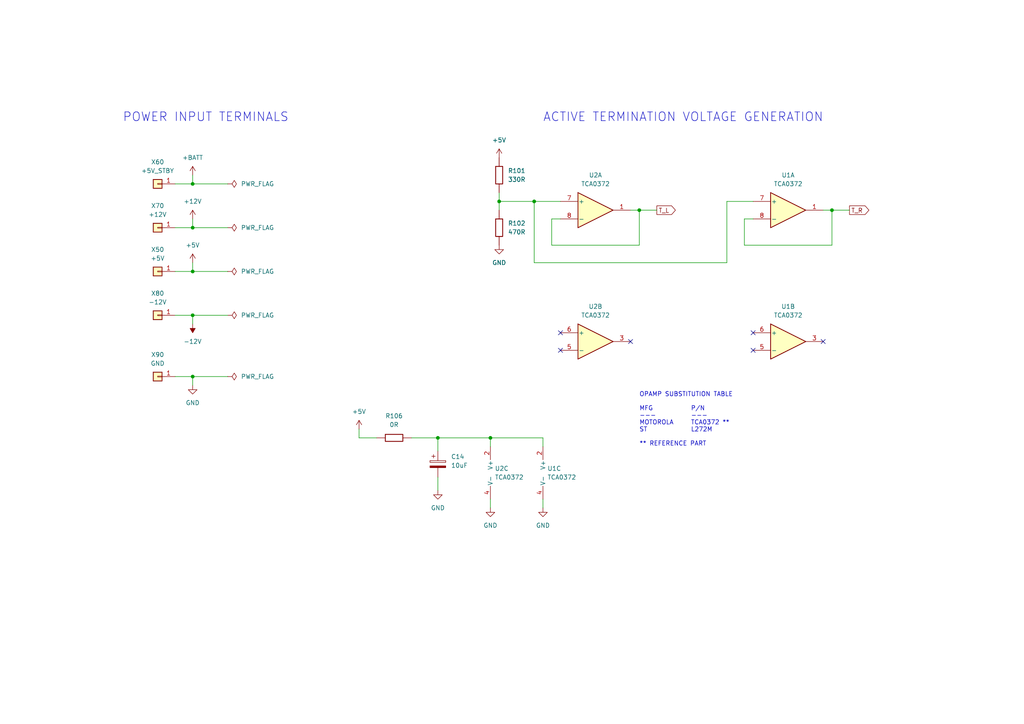
<source format=kicad_sch>
(kicad_sch (version 20211123) (generator eeschema)
  (paper "A4")
  (title_block (title "POWER INPUT AND TERMINATION VOLTAGES") (date "2023-10-10") (rev "1") (company "(C) TOM STOREY") (comment 1 "FREE FOR NON-COMMERCIAL USE"))
  (lib_symbols
    (symbol "COMET symbols:0372DP1" (pin_names (offset 0.127))
      (property "Reference" "U" (at -2.54 0 0))
      (property "Value" "0372DP1" (at -2.54 0 0))
      (symbol "0372DP1_1_1"
        (polyline (pts (xy -5.08 5.08) (xy 5.08 0) (xy -5.08 -5.08) (xy -5.08 5.08)) (stroke (width 0.254)) (fill (type background)))
        (pin output line (at 10.16 0 180) (length 5.08) (name "~") (number "1"))
        (pin input line (at -10.16 2.54 0) (length 5.08) (name "+") (number "7"))
        (pin input line (at -10.16 -2.54 0) (length 5.08) (name "-") (number "8"))
      )
      (symbol "0372DP1_2_1"
        (polyline (pts (xy -5.08 5.08) (xy 5.08 0) (xy -5.08 -5.08) (xy -5.08 5.08)) (stroke (width 0.254)) (fill (type background)))
        (pin output line (at 10.16 0 180) (length 5.08) (name "~") (number "3"))
        (pin input line (at -10.16 -2.54 0) (length 5.08) (name "-") (number "5"))
        (pin input line (at -10.16 2.54 0) (length 5.08) (name "+") (number "6"))
      )
      (symbol "0372DP1_3_1"
        (pin power_in line (at -2.54 7.62 270) (length 3.81) (name "V+") (number "2"))
        (pin power_in line (at -2.54 -7.62 90) (length 3.81) (name "V-") (number "4"))
      )
    )
    (symbol "COMET symbols:R" (pin_numbers hide) (pin_names hide)
      (property "Reference" "R" (at 0 0 0))
      (property "Value" "R" (at 0 0 0))
      (symbol "R_0_1"
        (rectangle (start -1.016 -2.54) (end 1.016 2.54) (stroke (width 0.254)))
      )
      (symbol "R_1_1"
        (pin passive line (at 0 5.08 270) (length 2.54) (name "~") (number "1"))
        (pin passive line (at 0 -5.08 90) (length 2.54) (name "~") (number "2"))
      )
    )
    (symbol "Connector_Generic:Conn_01x01" (pin_names (offset 1.016) hide)
      (property "Reference" "J" (at 0 2.54 0))
      (property "Value" "Conn_01x01" (at 0 -2.54 0))
      (symbol "Conn_01x01_1_1"
        (rectangle (start -1.27 0.127) (end 0 -0.127) (stroke (width 0.1524)))
        (rectangle (start -1.27 1.27) (end 1.27 -1.27) (stroke (width 0.254)) (fill (type background)))
        (pin passive line (at -5.08 0 0) (length 3.81) (name "Pin_1") (number "1"))
      )
    )
    (symbol "Device:C_Polarized" (pin_numbers hide) (pin_names (offset 0.254))
      (property "Reference" "C" (at 0.635 2.54 0))
      (property "Value" "C_Polarized" (at 0.635 -2.54 0))
      (symbol "C_Polarized_0_1"
        (rectangle (start -2.286 0.508) (end 2.286 1.016))
        (polyline (pts (xy -1.778 2.286) (xy -0.762 2.286)))
        (polyline (pts (xy -1.27 2.794) (xy -1.27 1.778)))
        (rectangle (start 2.286 -0.508) (end -2.286 -1.016) (fill (type outline)))
      )
      (symbol "C_Polarized_1_1"
        (pin passive line (at 0 3.81 270) (length 2.794) (name "~") (number "1"))
        (pin passive line (at 0 -3.81 90) (length 2.794) (name "~") (number "2"))
      )
    )
    (symbol "power:+12V" (power) (pin_names (offset 0))
      (property "Value" "+12V" (at 0 3.556 0))
      (symbol "+12V_0_1"
        (polyline (pts (xy -0.762 1.27) (xy 0 2.54)))
        (polyline (pts (xy 0 0) (xy 0 2.54)))
        (polyline (pts (xy 0 2.54) (xy 0.762 1.27)))
      )
      (symbol "+12V_1_1"
        (pin power_in line (at 0 0 90) (length 0) hide (name "+12V") (number "1"))
      )
    )
    (symbol "power:+5V" (power) (pin_names (offset 0))
      (property "Value" "+5V" (at 0 3.556 0))
      (symbol "+5V_0_1"
        (polyline (pts (xy -0.762 1.27) (xy 0 2.54)))
        (polyline (pts (xy 0 0) (xy 0 2.54)))
        (polyline (pts (xy 0 2.54) (xy 0.762 1.27)))
      )
      (symbol "+5V_1_1"
        (pin power_in line (at 0 0 90) (length 0) hide (name "+5V") (number "1"))
      )
    )
    (symbol "power:+BATT" (power) (pin_names (offset 0))
      (property "Value" "+BATT" (at 0 3.556 0))
      (symbol "+BATT_0_1"
        (polyline (pts (xy -0.762 1.27) (xy 0 2.54)))
        (polyline (pts (xy 0 0) (xy 0 2.54)))
        (polyline (pts (xy 0 2.54) (xy 0.762 1.27)))
      )
      (symbol "+BATT_1_1"
        (pin power_in line (at 0 0 90) (length 0) hide (name "+BATT") (number "1"))
      )
    )
    (symbol "power:-12V" (power) (pin_names (offset 0))
      (property "Value" "-12V" (at 0 3.81 0))
      (symbol "-12V_0_0"
        (pin power_in line (at 0 0 90) (length 0) hide (name "-12V") (number "1"))
      )
      (symbol "-12V_0_1"
        (polyline (pts (xy 0 0) (xy 0 1.27) (xy 0.762 1.27) (xy 0 2.54) (xy -0.762 1.27) (xy 0 1.27)) (fill (type outline)))
      )
    )
    (symbol "power:GND" (power) (pin_names (offset 0))
      (property "Value" "GND" (at 0 -3.81 0))
      (symbol "GND_0_1"
        (polyline (pts (xy 0 0) (xy 0 -1.27) (xy 1.27 -1.27) (xy 0 -2.54) (xy -1.27 -1.27) (xy 0 -1.27)))
      )
      (symbol "GND_1_1"
        (pin power_in line (at 0 0 270) (length 0) hide (name "GND") (number "1"))
      )
    )
    (symbol "power:PWR_FLAG" (power) (pin_numbers hide) (pin_names (offset 0) hide)
      (property "Value" "PWR_FLAG" (at 0 3.81 0))
      (symbol "PWR_FLAG_0_0"
        (pin power_out line (at 0 0 90) (length 0) (name "pwr") (number "1"))
      )
      (symbol "PWR_FLAG_0_1"
        (polyline (pts (xy 0 0) (xy 0 1.27) (xy -1.016 1.905) (xy 0 2.54) (xy 1.016 1.905) (xy 0 1.27)))
      )
    )
  )
  (junction (at 185.42 60.96))
  (junction (at 142.24 127))
  (junction (at 55.88 53.34))
  (junction (at 154.94 58.42))
  (junction (at 55.88 78.74))
  (junction (at 241.3 60.96))
  (junction (at 55.88 91.44))
  (junction (at 55.88 66.04))
  (junction (at 127 127))
  (junction (at 144.78 58.42))
  (junction (at 55.88 109.22))
  (no_connect (at 218.44 96.52))
  (no_connect (at 162.56 101.6))
  (no_connect (at 162.56 96.52))
  (no_connect (at 218.44 101.6))
  (no_connect (at 238.76 99.06))
  (no_connect (at 182.88 99.06))
  (wire (pts (xy 55.88 78.74) (xy 55.88 76.2)))
  (wire (pts (xy 50.8 66.04) (xy 55.88 66.04)))
  (wire (pts (xy 241.3 60.96) (xy 241.3 71.12)))
  (wire (pts (xy 127 138.43) (xy 127 142.24)))
  (wire (pts (xy 50.8 78.74) (xy 55.88 78.74)))
  (wire (pts (xy 55.88 91.44) (xy 55.88 93.98)))
  (wire (pts (xy 66.04 66.04) (xy 55.88 66.04)))
  (wire (pts (xy 55.88 66.04) (xy 55.88 63.5)))
  (wire (pts (xy 142.24 127) (xy 157.48 127)))
  (wire (pts (xy 66.04 53.34) (xy 55.88 53.34)))
  (wire (pts (xy 66.04 78.74) (xy 55.88 78.74)))
  (wire (pts (xy 160.02 71.12) (xy 185.42 71.12)))
  (wire (pts (xy 144.78 58.42) (xy 154.94 58.42)))
  (wire (pts (xy 144.78 55.88) (xy 144.78 58.42)))
  (wire (pts (xy 66.04 91.44) (xy 55.88 91.44)))
  (wire (pts (xy 154.94 58.42) (xy 162.56 58.42)))
  (wire (pts (xy 119.38 127) (xy 127 127)))
  (wire (pts (xy 185.42 60.96) (xy 185.42 71.12)))
  (wire (pts (xy 157.48 147.32) (xy 157.48 144.78)))
  (wire (pts (xy 215.9 63.5) (xy 218.44 63.5)))
  (wire (pts (xy 215.9 71.12) (xy 215.9 63.5)))
  (wire (pts (xy 210.82 76.2) (xy 154.94 76.2)))
  (wire (pts (xy 185.42 60.96) (xy 190.5 60.96)))
  (wire (pts (xy 109.22 127) (xy 104.14 127)))
  (wire (pts (xy 144.78 58.42) (xy 144.78 60.96)))
  (wire (pts (xy 160.02 71.12) (xy 160.02 63.5)))
  (wire (pts (xy 218.44 58.42) (xy 210.82 58.42)))
  (wire (pts (xy 241.3 71.12) (xy 215.9 71.12)))
  (wire (pts (xy 127 127) (xy 127 130.81)))
  (wire (pts (xy 55.88 109.22) (xy 55.88 111.76)))
  (wire (pts (xy 66.04 109.22) (xy 55.88 109.22)))
  (wire (pts (xy 210.82 58.42) (xy 210.82 76.2)))
  (wire (pts (xy 50.8 91.44) (xy 55.88 91.44)))
  (wire (pts (xy 50.8 109.22) (xy 55.88 109.22)))
  (wire (pts (xy 241.3 60.96) (xy 246.38 60.96)))
  (wire (pts (xy 142.24 147.32) (xy 142.24 144.78)))
  (wire (pts (xy 238.76 60.96) (xy 241.3 60.96)))
  (wire (pts (xy 104.14 124.46) (xy 104.14 127)))
  (wire (pts (xy 182.88 60.96) (xy 185.42 60.96)))
  (wire (pts (xy 157.48 127) (xy 157.48 129.54)))
  (wire (pts (xy 154.94 76.2) (xy 154.94 58.42)))
  (wire (pts (xy 127 127) (xy 142.24 127)))
  (wire (pts (xy 142.24 127) (xy 142.24 129.54)))
  (wire (pts (xy 160.02 63.5) (xy 162.56 63.5)))
  (wire (pts (xy 55.88 50.8) (xy 55.88 53.34)))
  (wire (pts (xy 55.88 53.34) (xy 50.8 53.34)))
  (text "OPAMP SUBSTITUTION TABLE\n\nMFG			P/N\n---			---\nMOTOROLA	TCA0372 **\nST			L272M\n\n** REFERENCE PART" (at 185.42 129.54 0) (effects (font (size 1.27 1.27)) (justify left bottom)))
  (text "ACTIVE TERMINATION VOLTAGE GENERATION" (at 157.48 35.56 0) (effects (font (size 2.54 2.54)) (justify left bottom)))
  (text "POWER INPUT TERMINALS" (at 35.56 35.56 0) (effects (font (size 2.54 2.54)) (justify left bottom)))
  (global_label "T_L" (shape output) (at 190.5 60.96 0) (property "Intersheet References" "${INTERSHEET_REFS}" (effects hide)))
  (global_label "T_R" (shape output) (at 246.38 60.96 0) (property "Intersheet References" "${INTERSHEET_REFS}" (effects hide)))
  (symbol (lib_id "Connector_Generic:Conn_01x01") (at 45.72 78.74 0) (mirror y) (unit 1)
    (property "Reference" "X50" (at 45.72 72.39 0))
    (property "Value" "+5V" (at 45.72 74.93 0))
    (property "Footprint" "Connector_Pin:Pin_D1.0mm_L10.0mm" (effects hide))
  )
  (symbol (lib_id "COMET symbols:R") (at 114.3 127 90) (unit 1)
    (property "Reference" "R106" (at 114.3 120.65 90))
    (property "Value" "0R" (at 114.3 123.19 90))
    (property "Footprint" "Resistor_THT:R_Axial_DIN0207_L6.3mm_D2.5mm_P10.16mm_Horizontal" (effects hide))
  )
  (symbol (lib_id "COMET symbols:0372DP1") (at 228.6 60.96 0) (unit 1)
    (property "Reference" "U1" (at 228.6 50.8 0))
    (property "Value" "TCA0372" (at 228.6 53.34 0))
    (property "Footprint" "COMET_footprints:Package_DIP-8" (effects hide))
  )
  (symbol (lib_id "COMET symbols:0372DP1") (at 160.02 137.16 0) (unit 3)
    (property "Reference" "U1" (at 158.75 135.8899 0) (effects (justify left)))
    (property "Value" "TCA0372" (at 158.75 138.4299 0) (effects (justify left)))
    (property "Footprint" "COMET_footprints:Package_DIP-8" (effects hide))
  )
  (symbol (lib_id "power:PWR_FLAG") (at 66.04 91.44 270) (unit 1)
    (property "Reference" "#FLG0105" (effects hide))
    (property "Value" "PWR_FLAG" (at 69.85 91.4399 90) (effects (justify left)))
  )
  (symbol (lib_id "power:PWR_FLAG") (at 66.04 66.04 270) (unit 1)
    (property "Reference" "#FLG0101" (effects hide))
    (property "Value" "PWR_FLAG" (at 69.85 66.0399 90) (effects (justify left)))
  )
  (symbol (lib_id "power:PWR_FLAG") (at 66.04 53.34 270) (unit 1)
    (property "Reference" "#FLG0103" (effects hide))
    (property "Value" "PWR_FLAG" (at 69.85 53.3399 90) (effects (justify left)))
  )
  (symbol (lib_id "COMET symbols:R") (at 144.78 66.04 0) (unit 1)
    (property "Reference" "R102" (at 147.32 64.7699 0) (effects (justify left)))
    (property "Value" "470R" (at 147.32 67.3099 0) (effects (justify left)))
    (property "Footprint" "Resistor_THT:R_Axial_DIN0207_L6.3mm_D2.5mm_P10.16mm_Horizontal" (effects hide))
  )
  (symbol (lib_id "power:PWR_FLAG") (at 66.04 109.22 270) (unit 1)
    (property "Reference" "#FLG0104" (effects hide))
    (property "Value" "PWR_FLAG" (at 69.85 109.2199 90) (effects (justify left)))
  )
  (symbol (lib_id "power:PWR_FLAG") (at 66.04 78.74 270) (unit 1)
    (property "Reference" "#FLG0102" (effects hide))
    (property "Value" "PWR_FLAG" (at 69.85 78.7399 90) (effects (justify left)))
  )
  (symbol (lib_id "power:GND") (at 142.24 147.32 0) (unit 1)
    (property "Reference" "#PWR0110" (effects hide))
    (property "Value" "GND" (at 142.24 152.4 0))
  )
  (symbol (lib_id "power:+5V") (at 104.14 124.46 0) (unit 1)
    (property "Reference" "#PWR0108" (effects hide))
    (property "Value" "+5V" (at 104.14 119.38 0))
  )
  (symbol (lib_id "power:GND") (at 144.78 71.12 0) (unit 1)
    (property "Reference" "#PWR0106" (effects hide))
    (property "Value" "GND" (at 144.78 76.2 0))
  )
  (symbol (lib_id "power:GND") (at 55.88 111.76 0) (unit 1)
    (property "Reference" "#PWR0105" (effects hide))
    (property "Value" "GND" (at 55.88 116.84 0))
  )
  (symbol (lib_id "Connector_Generic:Conn_01x01") (at 45.72 109.22 0) (mirror y) (unit 1)
    (property "Reference" "X90" (at 45.72 102.87 0))
    (property "Value" "GND" (at 45.72 105.41 0))
    (property "Footprint" "Connector_Pin:Pin_D1.0mm_L10.0mm" (effects hide))
  )
  (symbol (lib_id "COMET symbols:0372DP1") (at 144.78 137.16 0) (unit 3)
    (property "Reference" "U2" (at 143.51 135.8899 0) (effects (justify left)))
    (property "Value" "TCA0372" (at 143.51 138.4299 0) (effects (justify left)))
    (property "Footprint" "COMET_footprints:Package_DIP-8" (effects hide))
  )
  (symbol (lib_id "power:+5V") (at 144.78 45.72 0) (unit 1)
    (property "Reference" "#PWR0107" (effects hide))
    (property "Value" "+5V" (at 144.78 40.64 0))
  )
  (symbol (lib_id "Connector_Generic:Conn_01x01") (at 45.72 66.04 0) (mirror y) (unit 1)
    (property "Reference" "X70" (at 45.72 59.69 0))
    (property "Value" "+12V" (at 45.72 62.23 0))
    (property "Footprint" "Connector_Pin:Pin_D1.0mm_L10.0mm" (effects hide))
  )
  (symbol (lib_id "power:-12V") (at 55.88 93.98 180) (unit 1)
    (property "Reference" "#PWR0104" (effects hide))
    (property "Value" "-12V" (at 55.88 99.06 0))
  )
  (symbol (lib_id "COMET symbols:0372DP1") (at 172.72 60.96 0) (unit 1)
    (property "Reference" "U2" (at 172.72 50.8 0))
    (property "Value" "TCA0372" (at 172.72 53.34 0))
    (property "Footprint" "COMET_footprints:Package_DIP-8" (effects hide))
  )
  (symbol (lib_id "power:+BATT") (at 55.88 50.8 0) (unit 1)
    (property "Reference" "#PWR0101" (effects hide))
    (property "Value" "+BATT" (at 55.88 45.72 0))
  )
  (symbol (lib_id "Connector_Generic:Conn_01x01") (at 45.72 53.34 0) (mirror y) (unit 1)
    (property "Reference" "X60" (at 45.72 46.99 0))
    (property "Value" "+5V_STBY" (at 45.72 49.53 0))
    (property "Footprint" "Connector_Pin:Pin_D1.0mm_L10.0mm" (effects hide))
  )
  (symbol (lib_id "COMET symbols:0372DP1") (at 172.72 99.06 0) (unit 2)
    (property "Reference" "U2" (at 172.72 88.9 0))
    (property "Value" "TCA0372" (at 172.72 91.44 0))
    (property "Footprint" "COMET_footprints:Package_DIP-8" (effects hide))
  )
  (symbol (lib_id "power:GND") (at 127 142.24 0) (unit 1)
    (property "Reference" "#PWR0111" (effects hide))
    (property "Value" "GND" (at 127 147.32 0))
  )
  (symbol (lib_id "power:+12V") (at 55.88 63.5 0) (unit 1)
    (property "Reference" "#PWR0102" (effects hide))
    (property "Value" "+12V" (at 55.88 58.42 0))
  )
  (symbol (lib_id "COMET symbols:0372DP1") (at 228.6 99.06 0) (unit 2)
    (property "Reference" "U1" (at 228.6 88.9 0))
    (property "Value" "TCA0372" (at 228.6 91.44 0))
    (property "Footprint" "COMET_footprints:Package_DIP-8" (effects hide))
  )
  (symbol (lib_id "COMET symbols:R") (at 144.78 50.8 0) (unit 1)
    (property "Reference" "R101" (at 147.32 49.5299 0) (effects (justify left)))
    (property "Value" "330R" (at 147.32 52.0699 0) (effects (justify left)))
    (property "Footprint" "Resistor_THT:R_Axial_DIN0207_L6.3mm_D2.5mm_P10.16mm_Horizontal" (effects hide))
  )
  (symbol (lib_id "power:GND") (at 157.48 147.32 0) (unit 1)
    (property "Reference" "#PWR0109" (effects hide))
    (property "Value" "GND" (at 157.48 152.4 0))
  )
  (symbol (lib_id "power:+5V") (at 55.88 76.2 0) (unit 1)
    (property "Reference" "#PWR0103" (effects hide))
    (property "Value" "+5V" (at 55.88 71.12 0))
  )
  (symbol (lib_id "Device:C_Polarized") (at 127 134.62 0) (unit 1)
    (property "Reference" "C14" (at 130.81 132.4609 0) (effects (justify left)))
    (property "Value" "10uF" (at 130.81 135.0009 0) (effects (justify left)))
    (property "Footprint" "Capacitor_THT:CP_Radial_Tantal_D5.0mm_P5.00mm" (effects hide))
  )
  (symbol (lib_id "Connector_Generic:Conn_01x01") (at 45.72 91.44 0) (mirror y) (unit 1)
    (property "Reference" "X80" (at 45.72 85.09 0))
    (property "Value" "-12V" (at 45.72 87.63 0))
    (property "Footprint" "Connector_Pin:Pin_D1.0mm_L10.0mm" (effects hide))
  )
)
</source>
